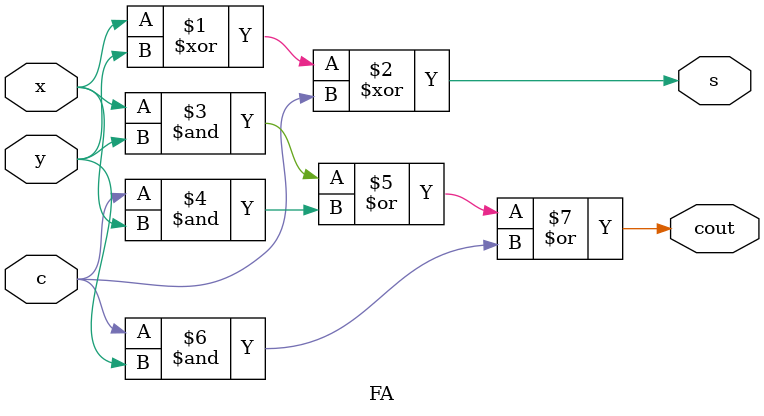
<source format=v>
`timescale 1ns / 1ps


module FA(

input wire x,
input wire y, 
input wire c,
output wire s,
output wire cout

    );
    
    assign s=x^y^c;
    assign cout=(x&y) | (c&x) | (c&y);
endmodule

</source>
